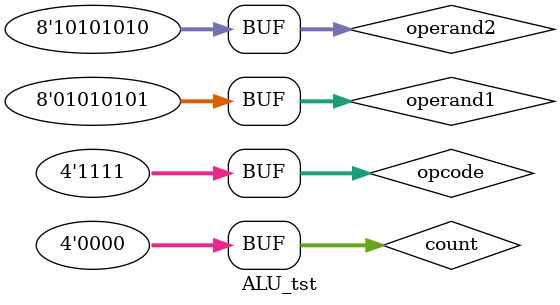
<source format=v>
`timescale 1ns / 1ps


module ALU_tst;

	// Inputs
	reg [7:0] operand1;
	reg [7:0] operand2;
	reg [3:0] opcode;

	// Outputs
	wire [15:0] result;
	reg [3:0] count=4'd0; //temporary variable

	// Instantiate the Unit Under Test (UUT)
	ALU uut (
		.operand1(operand1), 
		.operand2(operand2), 
		.opcode(opcode), 
		.result(result)
	);

	initial begin
		// Initialize Inputs
		operand1 = 0;
		operand2 = 0;
		opcode = 0;

		// Wait 100 ns for global reset to finish
		#100;
		operand1=8'h55;
		operand2=8'hAA;
		
		for(count=0; count<16; count=count+1)
		begin
		opcode=count;
		#50;
		end
        
		// Add stimulus here

	end
      
endmodule


</source>
